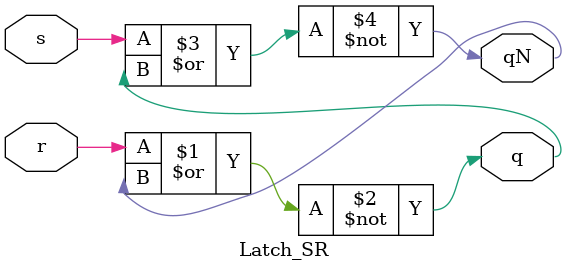
<source format=v>
/**
 * File:    Latch_SR.v
 *          In elettronica digitale, il latch (letteralmente "serratura",
 *          "chiavistello") e' un circuito elettronico bistabile, caratterizzato
 *          quindi da almeno due stati stabili, in grado di memorizzare un bit
 *          di informazione nei sistemi a logica sequenziale asincrona. Il latch
 *          modifica lo stato logico dell'uscita al variare del segnale di
 *          ingresso, mentre il flip-flop, basato sulla struttura del latch,
 *          cambia lo stato logico dell'uscita solamente quando il segnale di
 *          clock e' nel semiperiodo attivo. Il latch costituisce l'elemento
 *          base di tutti i circuiti sequenziali ma trova anche delle
 *          applicazioni come elemento singolo, ad esempio per eliminare i
 *          rimbalzi dei componenti elettromeccanici come pulsanti, interruttori
 *          e commutatori.
 *          
 *          Il piu' semplice (che permette di forzare uno stato dall'esterno) e'
 *          il latch SR, dove S ed R stanno per Set (imposta) e Reset
 *          (reimposta). Questo tipo di latch e' composto da due porteNAND (NOT
 *          AND) o da due porte NOR (NOT OR) con collegamenti incrociati,
 *          ottenendo rispettivamente la versione attiva bassa e la versione
 *          attiva alta. Il bit immagazzinato e' portato all'uscita q e il suo
 *          complemento all'uscita qN. Nella versione attiva bassa, normalmente
 *          in modalità di immagazzinamento, gli input s e r vengono tenuti a
 *          livello logico alto cosi' che il feedback mantenga gli output q e qN
 *          in uno stato costante. Quando viene abbassato il livello logico
 *          sull'input s (set) l'output q passa ad alto e resta alto anche
 *          quando s torna alto.
 *          Al contrario, quando r (reset) viene abbassato, l'output q diventa
 *          basso e resta basso anche quando r torna alto.Se entrambi s e r
 *          vengono abbassati in concomitanza, l'output del latch e'
 *          indeterminato, quindi questa condizione deve essere evitata. In
 *          maniera duale, nella versione attiva alta, lo stato di memoria si
 *          ottiene quando entrambi gli ingressi sono bassi. La funzione di 
 *          reset avviene quando e' alto l'ingresso r e la funzione set quando
 *          e' alto l'ingresso s.
 *          La condizione da evitare perche' lo stato dell'uscita resti
 *          indeterminato e' quella dei due ingressi entrambi alti.
 *          Tabella della verita' del Latch SR attivo basso:
 *
 *          ------------------------------
 *          S | R | Funzione
 *          ------------------------------
 *          0   0 | Non e' ammesso
 *          0   1 | Set: q = 1 , qN = 0
 *          1   0 | Reset: q = 0 , qN = 1
 *          1   1 | Latch (Memorizzazione)
 *          ------------------------------
 *
 *          Tabella della verita' del Latch SR attivo alto:
 *
 *          ------------------------------
 *          S | R | Funzione
 *          ------------------------------
 *          0   0 | Latch (Memorizzazione)
 *          0   1 | Set: q = 0 , qN = 1
 *          1   0 | Reset: q = 1 , qN = 0
 *          1   1 | Non e' ammesso
 *          ------------------------------
 *          
 * Author:  Rambod Rahmani <rambodrahmani@autistici.org>
 *          Created on 11/05/2019.
 */

module Latch_SR(q, qN, s, r);
    input s, r;
    output q, qN;

    assign #1 q = ~(r|qN);
    assign #1 qN = ~(s|q);
endmodule


</source>
